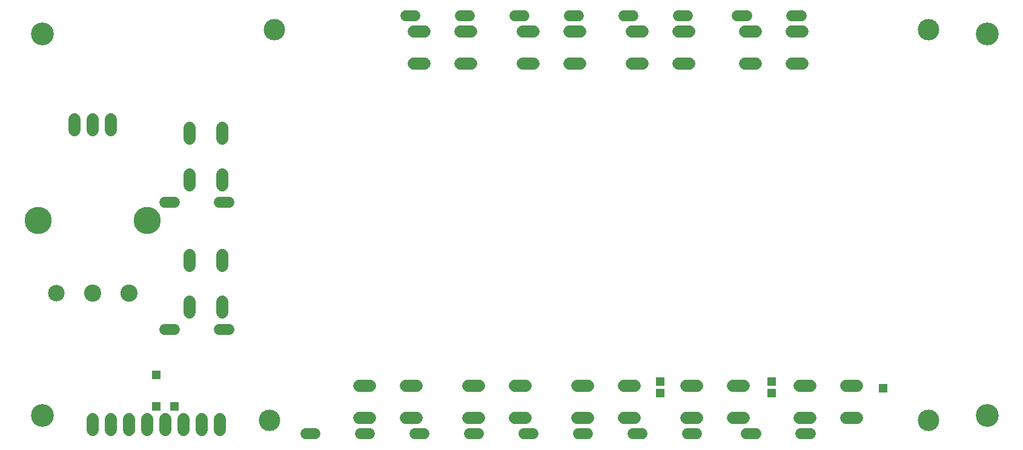
<source format=gbs>
G75*
G70*
%OFA0B0*%
%FSLAX24Y24*%
%IPPOS*%
%LPD*%
%AMOC8*
5,1,8,0,0,1.08239X$1,22.5*
%
%ADD10C,0.0680*%
%ADD11C,0.1497*%
%ADD12C,0.0907*%
%ADD13C,0.0946*%
%ADD14C,0.0600*%
%ADD15C,0.1261*%
%ADD16C,0.1182*%
%ADD17R,0.0476X0.0476*%
D10*
X004851Y001563D02*
X004851Y002163D01*
X005851Y002163D02*
X005851Y001563D01*
X006851Y001563D02*
X006851Y002163D01*
X007851Y002163D02*
X007851Y001563D01*
X008851Y001563D02*
X008851Y002163D01*
X009851Y002163D02*
X009851Y001563D01*
X010851Y001563D02*
X010851Y002163D01*
X011851Y002163D02*
X011851Y001563D01*
X019521Y002223D02*
X020121Y002223D01*
X022081Y002223D02*
X022681Y002223D01*
X025521Y002223D02*
X026121Y002223D01*
X028081Y002223D02*
X028681Y002223D01*
X031521Y002223D02*
X032121Y002223D01*
X034081Y002223D02*
X034681Y002223D01*
X037521Y002223D02*
X038121Y002223D01*
X040081Y002223D02*
X040681Y002223D01*
X043771Y002223D02*
X044371Y002223D01*
X046331Y002223D02*
X046931Y002223D01*
X046931Y004003D02*
X046331Y004003D01*
X044371Y004003D02*
X043771Y004003D01*
X040681Y004003D02*
X040081Y004003D01*
X038121Y004003D02*
X037521Y004003D01*
X034681Y004003D02*
X034081Y004003D01*
X032121Y004003D02*
X031521Y004003D01*
X028681Y004003D02*
X028081Y004003D01*
X026121Y004003D02*
X025521Y004003D01*
X022681Y004003D02*
X022081Y004003D01*
X020121Y004003D02*
X019521Y004003D01*
X011991Y008033D02*
X011991Y008633D01*
X010211Y008633D02*
X010211Y008033D01*
X010211Y010593D02*
X010211Y011193D01*
X011991Y011193D02*
X011991Y010593D01*
X011991Y015033D02*
X011991Y015633D01*
X010211Y015633D02*
X010211Y015033D01*
X010211Y017593D02*
X010211Y018193D01*
X011991Y018193D02*
X011991Y017593D01*
X005851Y018063D02*
X005851Y018663D01*
X004851Y018663D02*
X004851Y018063D01*
X003851Y018063D02*
X003851Y018663D01*
X022521Y021723D02*
X023121Y021723D01*
X025081Y021723D02*
X025681Y021723D01*
X028521Y021723D02*
X029121Y021723D01*
X031081Y021723D02*
X031681Y021723D01*
X034521Y021723D02*
X035121Y021723D01*
X037081Y021723D02*
X037681Y021723D01*
X040771Y021723D02*
X041371Y021723D01*
X043331Y021723D02*
X043931Y021723D01*
X043931Y023503D02*
X043331Y023503D01*
X041371Y023503D02*
X040771Y023503D01*
X037681Y023503D02*
X037081Y023503D01*
X035121Y023503D02*
X034521Y023503D01*
X031681Y023503D02*
X031081Y023503D01*
X029121Y023503D02*
X028521Y023503D01*
X025681Y023503D02*
X025081Y023503D01*
X023121Y023503D02*
X022521Y023503D01*
D11*
X007851Y013113D03*
X001851Y013113D03*
D12*
X002851Y009113D03*
D13*
X004851Y009113D03*
X006851Y009113D03*
D14*
X008841Y007113D02*
X009361Y007113D01*
X011841Y007113D02*
X012361Y007113D01*
X016591Y001363D02*
X017111Y001363D01*
X019591Y001363D02*
X020111Y001363D01*
X022591Y001363D02*
X023111Y001363D01*
X025591Y001363D02*
X026111Y001363D01*
X028591Y001363D02*
X029111Y001363D01*
X031591Y001363D02*
X032111Y001363D01*
X034591Y001363D02*
X035111Y001363D01*
X037591Y001363D02*
X038111Y001363D01*
X040841Y001363D02*
X041361Y001363D01*
X043841Y001363D02*
X044361Y001363D01*
X012361Y014113D02*
X011841Y014113D01*
X009361Y014113D02*
X008841Y014113D01*
X022091Y024363D02*
X022611Y024363D01*
X025091Y024363D02*
X025611Y024363D01*
X028091Y024363D02*
X028611Y024363D01*
X031091Y024363D02*
X031611Y024363D01*
X034091Y024363D02*
X034611Y024363D01*
X037091Y024363D02*
X037611Y024363D01*
X040341Y024363D02*
X040861Y024363D01*
X043341Y024363D02*
X043861Y024363D01*
D15*
X054101Y023363D03*
X054101Y002363D03*
X002101Y002363D03*
X002101Y023363D03*
D16*
X014851Y023613D03*
X050851Y023613D03*
X050851Y002113D03*
X014601Y002113D03*
D17*
X009351Y002863D03*
X008351Y002863D03*
X008351Y004613D03*
X036101Y004238D03*
X036101Y003613D03*
X042226Y003613D03*
X042226Y004238D03*
X048351Y003863D03*
M02*

</source>
